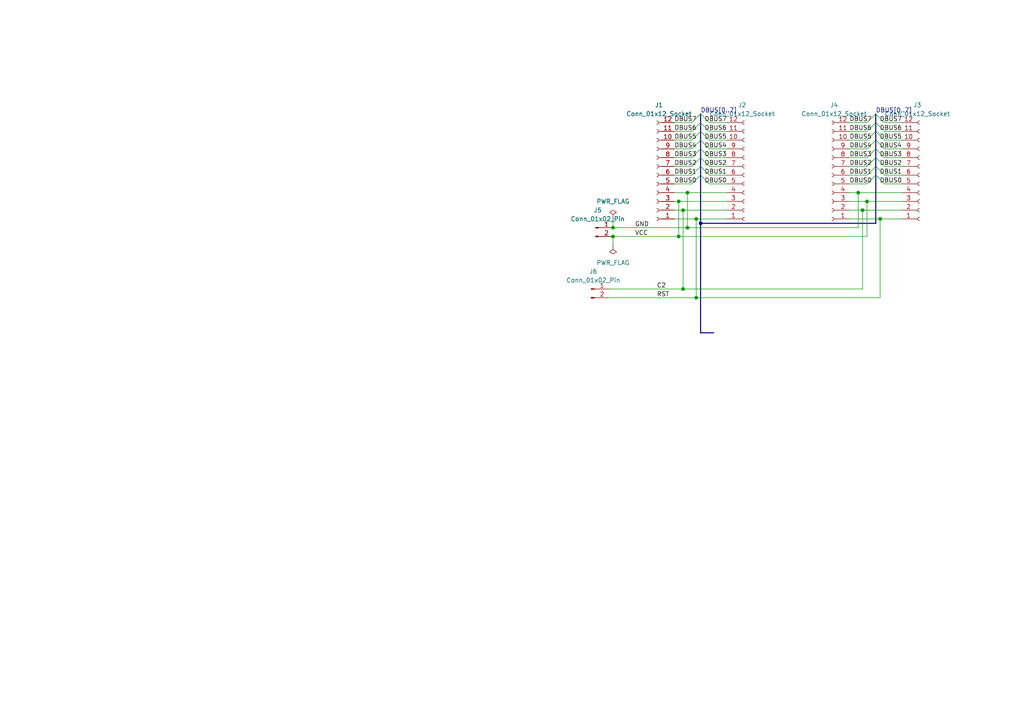
<source format=kicad_sch>
(kicad_sch
	(version 20231120)
	(generator "eeschema")
	(generator_version "8.0")
	(uuid "f0443241-49b4-4992-aff7-9171ed493a8a")
	(paper "A4")
	(lib_symbols
		(symbol "Connector:Conn_01x02_Pin"
			(pin_names
				(offset 1.016) hide)
			(exclude_from_sim no)
			(in_bom yes)
			(on_board yes)
			(property "Reference" "J"
				(at 0 2.54 0)
				(effects
					(font
						(size 1.27 1.27)
					)
				)
			)
			(property "Value" "Conn_01x02_Pin"
				(at 0 -5.08 0)
				(effects
					(font
						(size 1.27 1.27)
					)
				)
			)
			(property "Footprint" ""
				(at 0 0 0)
				(effects
					(font
						(size 1.27 1.27)
					)
					(hide yes)
				)
			)
			(property "Datasheet" "~"
				(at 0 0 0)
				(effects
					(font
						(size 1.27 1.27)
					)
					(hide yes)
				)
			)
			(property "Description" "Generic connector, single row, 01x02, script generated"
				(at 0 0 0)
				(effects
					(font
						(size 1.27 1.27)
					)
					(hide yes)
				)
			)
			(property "ki_locked" ""
				(at 0 0 0)
				(effects
					(font
						(size 1.27 1.27)
					)
				)
			)
			(property "ki_keywords" "connector"
				(at 0 0 0)
				(effects
					(font
						(size 1.27 1.27)
					)
					(hide yes)
				)
			)
			(property "ki_fp_filters" "Connector*:*_1x??_*"
				(at 0 0 0)
				(effects
					(font
						(size 1.27 1.27)
					)
					(hide yes)
				)
			)
			(symbol "Conn_01x02_Pin_1_1"
				(polyline
					(pts
						(xy 1.27 -2.54) (xy 0.8636 -2.54)
					)
					(stroke
						(width 0.1524)
						(type default)
					)
					(fill
						(type none)
					)
				)
				(polyline
					(pts
						(xy 1.27 0) (xy 0.8636 0)
					)
					(stroke
						(width 0.1524)
						(type default)
					)
					(fill
						(type none)
					)
				)
				(rectangle
					(start 0.8636 -2.413)
					(end 0 -2.667)
					(stroke
						(width 0.1524)
						(type default)
					)
					(fill
						(type outline)
					)
				)
				(rectangle
					(start 0.8636 0.127)
					(end 0 -0.127)
					(stroke
						(width 0.1524)
						(type default)
					)
					(fill
						(type outline)
					)
				)
				(pin passive line
					(at 5.08 0 180)
					(length 3.81)
					(name "Pin_1"
						(effects
							(font
								(size 1.27 1.27)
							)
						)
					)
					(number "1"
						(effects
							(font
								(size 1.27 1.27)
							)
						)
					)
				)
				(pin passive line
					(at 5.08 -2.54 180)
					(length 3.81)
					(name "Pin_2"
						(effects
							(font
								(size 1.27 1.27)
							)
						)
					)
					(number "2"
						(effects
							(font
								(size 1.27 1.27)
							)
						)
					)
				)
			)
		)
		(symbol "Connector:Conn_01x12_Socket"
			(pin_names
				(offset 1.016) hide)
			(exclude_from_sim no)
			(in_bom yes)
			(on_board yes)
			(property "Reference" "J"
				(at 0 15.24 0)
				(effects
					(font
						(size 1.27 1.27)
					)
				)
			)
			(property "Value" "Conn_01x12_Socket"
				(at 0 -17.78 0)
				(effects
					(font
						(size 1.27 1.27)
					)
				)
			)
			(property "Footprint" ""
				(at 0 0 0)
				(effects
					(font
						(size 1.27 1.27)
					)
					(hide yes)
				)
			)
			(property "Datasheet" "~"
				(at 0 0 0)
				(effects
					(font
						(size 1.27 1.27)
					)
					(hide yes)
				)
			)
			(property "Description" "Generic connector, single row, 01x12, script generated"
				(at 0 0 0)
				(effects
					(font
						(size 1.27 1.27)
					)
					(hide yes)
				)
			)
			(property "ki_locked" ""
				(at 0 0 0)
				(effects
					(font
						(size 1.27 1.27)
					)
				)
			)
			(property "ki_keywords" "connector"
				(at 0 0 0)
				(effects
					(font
						(size 1.27 1.27)
					)
					(hide yes)
				)
			)
			(property "ki_fp_filters" "Connector*:*_1x??_*"
				(at 0 0 0)
				(effects
					(font
						(size 1.27 1.27)
					)
					(hide yes)
				)
			)
			(symbol "Conn_01x12_Socket_1_1"
				(arc
					(start 0 -14.732)
					(mid -0.5058 -15.24)
					(end 0 -15.748)
					(stroke
						(width 0.1524)
						(type default)
					)
					(fill
						(type none)
					)
				)
				(arc
					(start 0 -12.192)
					(mid -0.5058 -12.7)
					(end 0 -13.208)
					(stroke
						(width 0.1524)
						(type default)
					)
					(fill
						(type none)
					)
				)
				(arc
					(start 0 -9.652)
					(mid -0.5058 -10.16)
					(end 0 -10.668)
					(stroke
						(width 0.1524)
						(type default)
					)
					(fill
						(type none)
					)
				)
				(arc
					(start 0 -7.112)
					(mid -0.5058 -7.62)
					(end 0 -8.128)
					(stroke
						(width 0.1524)
						(type default)
					)
					(fill
						(type none)
					)
				)
				(arc
					(start 0 -4.572)
					(mid -0.5058 -5.08)
					(end 0 -5.588)
					(stroke
						(width 0.1524)
						(type default)
					)
					(fill
						(type none)
					)
				)
				(arc
					(start 0 -2.032)
					(mid -0.5058 -2.54)
					(end 0 -3.048)
					(stroke
						(width 0.1524)
						(type default)
					)
					(fill
						(type none)
					)
				)
				(polyline
					(pts
						(xy -1.27 -15.24) (xy -0.508 -15.24)
					)
					(stroke
						(width 0.1524)
						(type default)
					)
					(fill
						(type none)
					)
				)
				(polyline
					(pts
						(xy -1.27 -12.7) (xy -0.508 -12.7)
					)
					(stroke
						(width 0.1524)
						(type default)
					)
					(fill
						(type none)
					)
				)
				(polyline
					(pts
						(xy -1.27 -10.16) (xy -0.508 -10.16)
					)
					(stroke
						(width 0.1524)
						(type default)
					)
					(fill
						(type none)
					)
				)
				(polyline
					(pts
						(xy -1.27 -7.62) (xy -0.508 -7.62)
					)
					(stroke
						(width 0.1524)
						(type default)
					)
					(fill
						(type none)
					)
				)
				(polyline
					(pts
						(xy -1.27 -5.08) (xy -0.508 -5.08)
					)
					(stroke
						(width 0.1524)
						(type default)
					)
					(fill
						(type none)
					)
				)
				(polyline
					(pts
						(xy -1.27 -2.54) (xy -0.508 -2.54)
					)
					(stroke
						(width 0.1524)
						(type default)
					)
					(fill
						(type none)
					)
				)
				(polyline
					(pts
						(xy -1.27 0) (xy -0.508 0)
					)
					(stroke
						(width 0.1524)
						(type default)
					)
					(fill
						(type none)
					)
				)
				(polyline
					(pts
						(xy -1.27 2.54) (xy -0.508 2.54)
					)
					(stroke
						(width 0.1524)
						(type default)
					)
					(fill
						(type none)
					)
				)
				(polyline
					(pts
						(xy -1.27 5.08) (xy -0.508 5.08)
					)
					(stroke
						(width 0.1524)
						(type default)
					)
					(fill
						(type none)
					)
				)
				(polyline
					(pts
						(xy -1.27 7.62) (xy -0.508 7.62)
					)
					(stroke
						(width 0.1524)
						(type default)
					)
					(fill
						(type none)
					)
				)
				(polyline
					(pts
						(xy -1.27 10.16) (xy -0.508 10.16)
					)
					(stroke
						(width 0.1524)
						(type default)
					)
					(fill
						(type none)
					)
				)
				(polyline
					(pts
						(xy -1.27 12.7) (xy -0.508 12.7)
					)
					(stroke
						(width 0.1524)
						(type default)
					)
					(fill
						(type none)
					)
				)
				(arc
					(start 0 0.508)
					(mid -0.5058 0)
					(end 0 -0.508)
					(stroke
						(width 0.1524)
						(type default)
					)
					(fill
						(type none)
					)
				)
				(arc
					(start 0 3.048)
					(mid -0.5058 2.54)
					(end 0 2.032)
					(stroke
						(width 0.1524)
						(type default)
					)
					(fill
						(type none)
					)
				)
				(arc
					(start 0 5.588)
					(mid -0.5058 5.08)
					(end 0 4.572)
					(stroke
						(width 0.1524)
						(type default)
					)
					(fill
						(type none)
					)
				)
				(arc
					(start 0 8.128)
					(mid -0.5058 7.62)
					(end 0 7.112)
					(stroke
						(width 0.1524)
						(type default)
					)
					(fill
						(type none)
					)
				)
				(arc
					(start 0 10.668)
					(mid -0.5058 10.16)
					(end 0 9.652)
					(stroke
						(width 0.1524)
						(type default)
					)
					(fill
						(type none)
					)
				)
				(arc
					(start 0 13.208)
					(mid -0.5058 12.7)
					(end 0 12.192)
					(stroke
						(width 0.1524)
						(type default)
					)
					(fill
						(type none)
					)
				)
				(pin passive line
					(at -5.08 12.7 0)
					(length 3.81)
					(name "Pin_1"
						(effects
							(font
								(size 1.27 1.27)
							)
						)
					)
					(number "1"
						(effects
							(font
								(size 1.27 1.27)
							)
						)
					)
				)
				(pin passive line
					(at -5.08 -10.16 0)
					(length 3.81)
					(name "Pin_10"
						(effects
							(font
								(size 1.27 1.27)
							)
						)
					)
					(number "10"
						(effects
							(font
								(size 1.27 1.27)
							)
						)
					)
				)
				(pin passive line
					(at -5.08 -12.7 0)
					(length 3.81)
					(name "Pin_11"
						(effects
							(font
								(size 1.27 1.27)
							)
						)
					)
					(number "11"
						(effects
							(font
								(size 1.27 1.27)
							)
						)
					)
				)
				(pin passive line
					(at -5.08 -15.24 0)
					(length 3.81)
					(name "Pin_12"
						(effects
							(font
								(size 1.27 1.27)
							)
						)
					)
					(number "12"
						(effects
							(font
								(size 1.27 1.27)
							)
						)
					)
				)
				(pin passive line
					(at -5.08 10.16 0)
					(length 3.81)
					(name "Pin_2"
						(effects
							(font
								(size 1.27 1.27)
							)
						)
					)
					(number "2"
						(effects
							(font
								(size 1.27 1.27)
							)
						)
					)
				)
				(pin passive line
					(at -5.08 7.62 0)
					(length 3.81)
					(name "Pin_3"
						(effects
							(font
								(size 1.27 1.27)
							)
						)
					)
					(number "3"
						(effects
							(font
								(size 1.27 1.27)
							)
						)
					)
				)
				(pin passive line
					(at -5.08 5.08 0)
					(length 3.81)
					(name "Pin_4"
						(effects
							(font
								(size 1.27 1.27)
							)
						)
					)
					(number "4"
						(effects
							(font
								(size 1.27 1.27)
							)
						)
					)
				)
				(pin passive line
					(at -5.08 2.54 0)
					(length 3.81)
					(name "Pin_5"
						(effects
							(font
								(size 1.27 1.27)
							)
						)
					)
					(number "5"
						(effects
							(font
								(size 1.27 1.27)
							)
						)
					)
				)
				(pin passive line
					(at -5.08 0 0)
					(length 3.81)
					(name "Pin_6"
						(effects
							(font
								(size 1.27 1.27)
							)
						)
					)
					(number "6"
						(effects
							(font
								(size 1.27 1.27)
							)
						)
					)
				)
				(pin passive line
					(at -5.08 -2.54 0)
					(length 3.81)
					(name "Pin_7"
						(effects
							(font
								(size 1.27 1.27)
							)
						)
					)
					(number "7"
						(effects
							(font
								(size 1.27 1.27)
							)
						)
					)
				)
				(pin passive line
					(at -5.08 -5.08 0)
					(length 3.81)
					(name "Pin_8"
						(effects
							(font
								(size 1.27 1.27)
							)
						)
					)
					(number "8"
						(effects
							(font
								(size 1.27 1.27)
							)
						)
					)
				)
				(pin passive line
					(at -5.08 -7.62 0)
					(length 3.81)
					(name "Pin_9"
						(effects
							(font
								(size 1.27 1.27)
							)
						)
					)
					(number "9"
						(effects
							(font
								(size 1.27 1.27)
							)
						)
					)
				)
			)
		)
		(symbol "power:PWR_FLAG"
			(power)
			(pin_numbers hide)
			(pin_names
				(offset 0) hide)
			(exclude_from_sim no)
			(in_bom yes)
			(on_board yes)
			(property "Reference" "#FLG"
				(at 0 1.905 0)
				(effects
					(font
						(size 1.27 1.27)
					)
					(hide yes)
				)
			)
			(property "Value" "PWR_FLAG"
				(at 0 3.81 0)
				(effects
					(font
						(size 1.27 1.27)
					)
				)
			)
			(property "Footprint" ""
				(at 0 0 0)
				(effects
					(font
						(size 1.27 1.27)
					)
					(hide yes)
				)
			)
			(property "Datasheet" "~"
				(at 0 0 0)
				(effects
					(font
						(size 1.27 1.27)
					)
					(hide yes)
				)
			)
			(property "Description" "Special symbol for telling ERC where power comes from"
				(at 0 0 0)
				(effects
					(font
						(size 1.27 1.27)
					)
					(hide yes)
				)
			)
			(property "ki_keywords" "flag power"
				(at 0 0 0)
				(effects
					(font
						(size 1.27 1.27)
					)
					(hide yes)
				)
			)
			(symbol "PWR_FLAG_0_0"
				(pin power_out line
					(at 0 0 90)
					(length 0)
					(name "~"
						(effects
							(font
								(size 1.27 1.27)
							)
						)
					)
					(number "1"
						(effects
							(font
								(size 1.27 1.27)
							)
						)
					)
				)
			)
			(symbol "PWR_FLAG_0_1"
				(polyline
					(pts
						(xy 0 0) (xy 0 1.27) (xy -1.016 1.905) (xy 0 2.54) (xy 1.016 1.905) (xy 0 1.27)
					)
					(stroke
						(width 0)
						(type default)
					)
					(fill
						(type none)
					)
				)
			)
		)
	)
	(junction
		(at 251.46 58.42)
		(diameter 0)
		(color 0 0 0 0)
		(uuid "0938b77f-fd49-470f-8732-792d03178c78")
	)
	(junction
		(at 248.92 55.88)
		(diameter 0)
		(color 0 0 0 0)
		(uuid "0d374fd6-f69a-4bce-a19a-3fd62b523302")
	)
	(junction
		(at 198.12 83.82)
		(diameter 0)
		(color 0 0 0 0)
		(uuid "1d6f209f-5ab9-4768-9725-381ba8d63803")
	)
	(junction
		(at 196.85 58.42)
		(diameter 0)
		(color 0 0 0 0)
		(uuid "25877784-9e97-44f6-bd6b-665b9220a9bf")
	)
	(junction
		(at 201.93 63.5)
		(diameter 0)
		(color 0 0 0 0)
		(uuid "4d1ec6cf-8d8f-4523-a438-d464ae6a5753")
	)
	(junction
		(at 199.39 55.88)
		(diameter 0)
		(color 0 0 0 0)
		(uuid "573658e5-adfd-4a6d-a083-6585e231248a")
	)
	(junction
		(at 255.27 63.5)
		(diameter 0)
		(color 0 0 0 0)
		(uuid "59bd2806-1f2e-45a3-9bef-54086ecf7131")
	)
	(junction
		(at 250.19 60.96)
		(diameter 0)
		(color 0 0 0 0)
		(uuid "6d106d5e-f65e-44e3-afa8-c286a4f8925e")
	)
	(junction
		(at 203.2 64.77)
		(diameter 0)
		(color 0 0 0 0)
		(uuid "75a6f2ef-7de5-4e63-ba33-52d8a5a789c4")
	)
	(junction
		(at 177.8 66.04)
		(diameter 0)
		(color 0 0 0 0)
		(uuid "75cd87d9-7078-448d-bb8b-2531a1ca52b5")
	)
	(junction
		(at 196.85 68.58)
		(diameter 0)
		(color 0 0 0 0)
		(uuid "d2cb86e1-10bc-465e-ab92-f9044c392812")
	)
	(junction
		(at 198.12 60.96)
		(diameter 0)
		(color 0 0 0 0)
		(uuid "dba75398-828e-4cdd-a735-453d10173657")
	)
	(junction
		(at 201.93 86.36)
		(diameter 0)
		(color 0 0 0 0)
		(uuid "e45facda-dd9a-48c6-8fe1-6a6e7d0bbe73")
	)
	(junction
		(at 199.39 66.04)
		(diameter 0)
		(color 0 0 0 0)
		(uuid "f0c7a921-3728-48e9-ac32-52cca2061d07")
	)
	(junction
		(at 177.8 68.58)
		(diameter 0)
		(color 0 0 0 0)
		(uuid "fb8f6a4b-4d6b-4854-80a3-b9505caab622")
	)
	(bus_entry
		(at 254 33.02)
		(size 2.54 2.54)
		(stroke
			(width 0)
			(type default)
		)
		(uuid "0172edee-4654-43fd-99ea-007cdfff704b")
	)
	(bus_entry
		(at 254 50.8)
		(size -2.54 2.54)
		(stroke
			(width 0)
			(type default)
		)
		(uuid "14ef1c67-5649-4cf3-aa42-d49672bfc8eb")
	)
	(bus_entry
		(at 203.2 33.02)
		(size 2.54 2.54)
		(stroke
			(width 0)
			(type default)
		)
		(uuid "15388e43-194f-4a12-b26f-1b343a84e6f9")
	)
	(bus_entry
		(at 203.2 45.72)
		(size -2.54 2.54)
		(stroke
			(width 0)
			(type default)
		)
		(uuid "2e69556c-5f5b-4c7b-b1ed-a638946cd2ef")
	)
	(bus_entry
		(at 254 43.18)
		(size 2.54 2.54)
		(stroke
			(width 0)
			(type default)
		)
		(uuid "398af269-a043-4a82-8c7a-424b611680e4")
	)
	(bus_entry
		(at 203.2 40.64)
		(size 2.54 2.54)
		(stroke
			(width 0)
			(type default)
		)
		(uuid "3fee6591-8093-4860-9fc9-0dee9480c1be")
	)
	(bus_entry
		(at 254 48.26)
		(size -2.54 2.54)
		(stroke
			(width 0)
			(type default)
		)
		(uuid "407e71d0-a601-4d68-802c-c8e791868b52")
	)
	(bus_entry
		(at 203.2 35.56)
		(size -2.54 2.54)
		(stroke
			(width 0)
			(type default)
		)
		(uuid "447e61d5-fbff-4549-9f53-2ccc5f72925c")
	)
	(bus_entry
		(at 254 35.56)
		(size 2.54 2.54)
		(stroke
			(width 0)
			(type default)
		)
		(uuid "4928a4f8-0a7a-492c-9e1c-8d64cb71be56")
	)
	(bus_entry
		(at 203.2 35.56)
		(size 2.54 2.54)
		(stroke
			(width 0)
			(type default)
		)
		(uuid "4f1632e1-b1b9-41b2-bfe2-d12b3e675202")
	)
	(bus_entry
		(at 203.2 43.18)
		(size -2.54 2.54)
		(stroke
			(width 0)
			(type default)
		)
		(uuid "5930b2e9-6214-4fcc-b4e9-178b1cf37cc7")
	)
	(bus_entry
		(at 203.2 43.18)
		(size 2.54 2.54)
		(stroke
			(width 0)
			(type default)
		)
		(uuid "5dcc6f36-eff9-4982-a791-96c92fe7ec6c")
	)
	(bus_entry
		(at 254 45.72)
		(size -2.54 2.54)
		(stroke
			(width 0)
			(type default)
		)
		(uuid "62e9b99f-f5b9-40fc-a18e-9708bdfbb9ee")
	)
	(bus_entry
		(at 254 38.1)
		(size -2.54 2.54)
		(stroke
			(width 0)
			(type default)
		)
		(uuid "680ca893-bcb1-4263-b6cc-6b761afc73cf")
	)
	(bus_entry
		(at 254 33.02)
		(size -2.54 2.54)
		(stroke
			(width 0)
			(type default)
		)
		(uuid "8f6231de-8331-4eb6-9d51-5515d5524de4")
	)
	(bus_entry
		(at 203.2 50.8)
		(size -2.54 2.54)
		(stroke
			(width 0)
			(type default)
		)
		(uuid "94bb5beb-f05c-4ac9-9707-6daaf97c5e16")
	)
	(bus_entry
		(at 203.2 50.8)
		(size 2.54 2.54)
		(stroke
			(width 0)
			(type default)
		)
		(uuid "99154d98-0464-4cd9-826b-b308b33ae233")
	)
	(bus_entry
		(at 254 48.26)
		(size 2.54 2.54)
		(stroke
			(width 0)
			(type default)
		)
		(uuid "9c8d0c36-9905-474e-9e28-ac8865f621e3")
	)
	(bus_entry
		(at 254 50.8)
		(size 2.54 2.54)
		(stroke
			(width 0)
			(type default)
		)
		(uuid "9d8a9299-2199-4f1e-a294-019931b38559")
	)
	(bus_entry
		(at 254 45.72)
		(size 2.54 2.54)
		(stroke
			(width 0)
			(type default)
		)
		(uuid "a1be73dc-7498-48fa-b164-987ba1085d8a")
	)
	(bus_entry
		(at 254 43.18)
		(size -2.54 2.54)
		(stroke
			(width 0)
			(type default)
		)
		(uuid "a289b96b-c108-429d-b0d8-90ea7fca0439")
	)
	(bus_entry
		(at 203.2 38.1)
		(size 2.54 2.54)
		(stroke
			(width 0)
			(type default)
		)
		(uuid "b5de3e46-f4a1-41c0-b140-f030cd1449ed")
	)
	(bus_entry
		(at 254 40.64)
		(size 2.54 2.54)
		(stroke
			(width 0)
			(type default)
		)
		(uuid "c6aefad8-8f69-42b2-8c9d-3811f41caf48")
	)
	(bus_entry
		(at 254 35.56)
		(size -2.54 2.54)
		(stroke
			(width 0)
			(type default)
		)
		(uuid "cb8bf451-0801-4e11-9935-c46f0aec0885")
	)
	(bus_entry
		(at 203.2 48.26)
		(size 2.54 2.54)
		(stroke
			(width 0)
			(type default)
		)
		(uuid "d1770da2-74ed-479a-8855-163b11499d30")
	)
	(bus_entry
		(at 203.2 40.64)
		(size -2.54 2.54)
		(stroke
			(width 0)
			(type default)
		)
		(uuid "d7bd45b2-c101-4668-92a3-d3a580bee61b")
	)
	(bus_entry
		(at 203.2 38.1)
		(size -2.54 2.54)
		(stroke
			(width 0)
			(type default)
		)
		(uuid "e0f69c37-9a53-423b-991a-e514bdee5631")
	)
	(bus_entry
		(at 203.2 48.26)
		(size -2.54 2.54)
		(stroke
			(width 0)
			(type default)
		)
		(uuid "e21cb4f6-7bf6-4fbc-a6aa-f83ea59366ea")
	)
	(bus_entry
		(at 203.2 33.02)
		(size -2.54 2.54)
		(stroke
			(width 0)
			(type default)
		)
		(uuid "e88b94a2-dd42-49c2-9860-67a338ab6bcf")
	)
	(bus_entry
		(at 254 40.64)
		(size -2.54 2.54)
		(stroke
			(width 0)
			(type default)
		)
		(uuid "f003c8ec-f9ce-4968-b1a5-7ab25e972fb1")
	)
	(bus_entry
		(at 203.2 45.72)
		(size 2.54 2.54)
		(stroke
			(width 0)
			(type default)
		)
		(uuid "f62ab065-a38f-4797-8afd-02ea52988107")
	)
	(bus_entry
		(at 254 38.1)
		(size 2.54 2.54)
		(stroke
			(width 0)
			(type default)
		)
		(uuid "f8bd1914-3b4d-486c-8fd0-a950ecdfc937")
	)
	(wire
		(pts
			(xy 195.58 50.8) (xy 200.66 50.8)
		)
		(stroke
			(width 0)
			(type default)
		)
		(uuid "01322b50-7434-437e-a01d-97301ed63e1e")
	)
	(bus
		(pts
			(xy 254 45.72) (xy 254 48.26)
		)
		(stroke
			(width 0)
			(type default)
		)
		(uuid "01605ede-97f3-4ce0-8531-255eaba6ee79")
	)
	(wire
		(pts
			(xy 210.82 45.72) (xy 205.74 45.72)
		)
		(stroke
			(width 0)
			(type default)
		)
		(uuid "0385295c-cbb5-4687-a212-092000b2cb3f")
	)
	(wire
		(pts
			(xy 210.82 40.64) (xy 205.74 40.64)
		)
		(stroke
			(width 0)
			(type default)
		)
		(uuid "08dcfe34-f082-4997-9179-5eb310f05b25")
	)
	(bus
		(pts
			(xy 203.2 50.8) (xy 203.2 64.77)
		)
		(stroke
			(width 0)
			(type default)
		)
		(uuid "09ab8a03-d1b7-4231-a0cf-aa9c3836e943")
	)
	(wire
		(pts
			(xy 246.38 40.64) (xy 251.46 40.64)
		)
		(stroke
			(width 0)
			(type default)
		)
		(uuid "0b40e523-23f4-443f-a046-7434776c35f1")
	)
	(bus
		(pts
			(xy 203.2 43.18) (xy 203.2 45.72)
		)
		(stroke
			(width 0)
			(type default)
		)
		(uuid "0c868230-cec6-4bdf-bfdd-e4c8dc4ae39a")
	)
	(bus
		(pts
			(xy 254 43.18) (xy 254 45.72)
		)
		(stroke
			(width 0)
			(type default)
		)
		(uuid "122129f4-2000-444b-bd98-744cb6f02499")
	)
	(wire
		(pts
			(xy 251.46 68.58) (xy 251.46 58.42)
		)
		(stroke
			(width 0)
			(type default)
		)
		(uuid "13aa3b0f-66e9-4310-8096-da6b5fa6a489")
	)
	(wire
		(pts
			(xy 246.38 48.26) (xy 251.46 48.26)
		)
		(stroke
			(width 0)
			(type default)
		)
		(uuid "1d2c4500-0d4c-4521-a811-bb1ac27fb5f4")
	)
	(wire
		(pts
			(xy 261.62 48.26) (xy 256.54 48.26)
		)
		(stroke
			(width 0)
			(type default)
		)
		(uuid "1d6335e9-6213-4894-94c1-5eafb3522717")
	)
	(wire
		(pts
			(xy 251.46 58.42) (xy 246.38 58.42)
		)
		(stroke
			(width 0)
			(type default)
		)
		(uuid "20c2239e-c74c-4bee-973f-3248aa964009")
	)
	(wire
		(pts
			(xy 261.62 38.1) (xy 256.54 38.1)
		)
		(stroke
			(width 0)
			(type default)
		)
		(uuid "23f439e7-0581-4b3b-8101-10697331b304")
	)
	(bus
		(pts
			(xy 203.2 35.56) (xy 203.2 38.1)
		)
		(stroke
			(width 0)
			(type default)
		)
		(uuid "28af8777-ffce-4954-b5ae-cfeebbde2c32")
	)
	(wire
		(pts
			(xy 261.62 53.34) (xy 256.54 53.34)
		)
		(stroke
			(width 0)
			(type default)
		)
		(uuid "28c1c0cc-6296-4ee2-ae6c-2d976916787e")
	)
	(wire
		(pts
			(xy 210.82 38.1) (xy 205.74 38.1)
		)
		(stroke
			(width 0)
			(type default)
		)
		(uuid "2bb70979-5261-4838-afb8-f46d7a42a386")
	)
	(wire
		(pts
			(xy 261.62 35.56) (xy 256.54 35.56)
		)
		(stroke
			(width 0)
			(type default)
		)
		(uuid "2ee9750b-58db-42d7-b897-1b867394890e")
	)
	(bus
		(pts
			(xy 203.2 48.26) (xy 203.2 50.8)
		)
		(stroke
			(width 0)
			(type default)
		)
		(uuid "3386dfce-73d6-4602-982c-084cf1d809e0")
	)
	(wire
		(pts
			(xy 251.46 58.42) (xy 261.62 58.42)
		)
		(stroke
			(width 0)
			(type default)
		)
		(uuid "367d5202-b246-491f-9fbd-42da746fa351")
	)
	(wire
		(pts
			(xy 199.39 66.04) (xy 199.39 55.88)
		)
		(stroke
			(width 0)
			(type default)
		)
		(uuid "48d6a243-5203-465a-8cb4-d38864ca04b0")
	)
	(bus
		(pts
			(xy 254 35.56) (xy 254 38.1)
		)
		(stroke
			(width 0)
			(type default)
		)
		(uuid "4c925ca6-6ad7-49b1-bff5-f681e5e33172")
	)
	(wire
		(pts
			(xy 250.19 60.96) (xy 246.38 60.96)
		)
		(stroke
			(width 0)
			(type default)
		)
		(uuid "4ee335cf-c2f0-4a09-97b0-e1cb3c5e7ebb")
	)
	(wire
		(pts
			(xy 177.8 68.58) (xy 196.85 68.58)
		)
		(stroke
			(width 0)
			(type default)
		)
		(uuid "4f5842ca-3976-4fab-80af-5698d992bd3d")
	)
	(wire
		(pts
			(xy 195.58 35.56) (xy 200.66 35.56)
		)
		(stroke
			(width 0)
			(type default)
		)
		(uuid "528f164d-2541-4f28-b831-a6f821d11c95")
	)
	(wire
		(pts
			(xy 255.27 63.5) (xy 246.38 63.5)
		)
		(stroke
			(width 0)
			(type default)
		)
		(uuid "5514e488-23bd-4f4c-a8e1-902acec5e08a")
	)
	(wire
		(pts
			(xy 210.82 35.56) (xy 205.74 35.56)
		)
		(stroke
			(width 0)
			(type default)
		)
		(uuid "55b44257-a010-408f-8319-4bed257b1cfa")
	)
	(wire
		(pts
			(xy 246.38 50.8) (xy 251.46 50.8)
		)
		(stroke
			(width 0)
			(type default)
		)
		(uuid "5755f3a0-e723-45c1-a49a-9ad4bfc23a10")
	)
	(wire
		(pts
			(xy 246.38 53.34) (xy 251.46 53.34)
		)
		(stroke
			(width 0)
			(type default)
		)
		(uuid "57ee2e00-56f0-43fc-b39f-5262f179ed53")
	)
	(wire
		(pts
			(xy 195.58 38.1) (xy 200.66 38.1)
		)
		(stroke
			(width 0)
			(type default)
		)
		(uuid "58c9fc73-6f3a-4bf6-ae99-f099eaba402c")
	)
	(bus
		(pts
			(xy 254 40.64) (xy 254 43.18)
		)
		(stroke
			(width 0)
			(type default)
		)
		(uuid "5f048a6a-d6e2-4002-85e4-6c3fc44de333")
	)
	(wire
		(pts
			(xy 246.38 43.18) (xy 251.46 43.18)
		)
		(stroke
			(width 0)
			(type default)
		)
		(uuid "5fc715dc-feae-49cb-8d4e-58346b216295")
	)
	(wire
		(pts
			(xy 198.12 83.82) (xy 250.19 83.82)
		)
		(stroke
			(width 0)
			(type default)
		)
		(uuid "61852838-096f-4f3d-8cfb-7b9ec439e0ea")
	)
	(wire
		(pts
			(xy 255.27 86.36) (xy 255.27 63.5)
		)
		(stroke
			(width 0)
			(type default)
		)
		(uuid "68e12c19-063d-423c-a8c8-2782bdc1640b")
	)
	(wire
		(pts
			(xy 177.8 66.04) (xy 199.39 66.04)
		)
		(stroke
			(width 0)
			(type default)
		)
		(uuid "6a0ddc7e-002d-4c69-9a65-9ec185ed0a4f")
	)
	(wire
		(pts
			(xy 248.92 55.88) (xy 246.38 55.88)
		)
		(stroke
			(width 0)
			(type default)
		)
		(uuid "79f98bda-1e19-40b7-a9e4-35970768355e")
	)
	(wire
		(pts
			(xy 199.39 55.88) (xy 210.82 55.88)
		)
		(stroke
			(width 0)
			(type default)
		)
		(uuid "7ed30d4a-5c98-4f2b-a4d2-3e523a8c1161")
	)
	(wire
		(pts
			(xy 261.62 43.18) (xy 256.54 43.18)
		)
		(stroke
			(width 0)
			(type default)
		)
		(uuid "80daa394-e5a2-429e-a6ae-096b764dbddc")
	)
	(wire
		(pts
			(xy 255.27 63.5) (xy 261.62 63.5)
		)
		(stroke
			(width 0)
			(type default)
		)
		(uuid "847ae21c-cc00-43f9-9584-cda98ea3b501")
	)
	(bus
		(pts
			(xy 254 33.02) (xy 254 35.56)
		)
		(stroke
			(width 0)
			(type default)
		)
		(uuid "8502667a-c106-43c3-9954-2cb111e931c4")
	)
	(wire
		(pts
			(xy 196.85 68.58) (xy 251.46 68.58)
		)
		(stroke
			(width 0)
			(type default)
		)
		(uuid "8bafaf45-b7fe-464d-862f-30c1dfcb182b")
	)
	(wire
		(pts
			(xy 199.39 66.04) (xy 248.92 66.04)
		)
		(stroke
			(width 0)
			(type default)
		)
		(uuid "8c0ef94c-ca94-41ff-9f68-718943234a91")
	)
	(bus
		(pts
			(xy 203.2 33.02) (xy 203.2 35.56)
		)
		(stroke
			(width 0)
			(type default)
		)
		(uuid "8e06cad4-5a6b-40c9-a55f-352e71d8738f")
	)
	(wire
		(pts
			(xy 246.38 45.72) (xy 251.46 45.72)
		)
		(stroke
			(width 0)
			(type default)
		)
		(uuid "8fa47cc5-a0a4-4a46-9df2-fa462e941516")
	)
	(wire
		(pts
			(xy 201.93 63.5) (xy 210.82 63.5)
		)
		(stroke
			(width 0)
			(type default)
		)
		(uuid "999d7bea-d407-4978-aaeb-a80cc7686b9a")
	)
	(wire
		(pts
			(xy 195.58 40.64) (xy 200.66 40.64)
		)
		(stroke
			(width 0)
			(type default)
		)
		(uuid "9becbe55-9567-4d1a-9d08-d609a633756c")
	)
	(bus
		(pts
			(xy 254 64.77) (xy 203.2 64.77)
		)
		(stroke
			(width 0)
			(type default)
		)
		(uuid "a03c7337-bb20-4ad2-b618-4ac27146c4a3")
	)
	(wire
		(pts
			(xy 198.12 60.96) (xy 210.82 60.96)
		)
		(stroke
			(width 0)
			(type default)
		)
		(uuid "a9511a86-173e-4f6b-87c8-c3d8a9f3dc32")
	)
	(wire
		(pts
			(xy 177.8 68.58) (xy 177.8 71.12)
		)
		(stroke
			(width 0)
			(type default)
		)
		(uuid "ac88ccc5-2e41-4a4d-869e-87c2cfd8d756")
	)
	(wire
		(pts
			(xy 198.12 60.96) (xy 195.58 60.96)
		)
		(stroke
			(width 0)
			(type default)
		)
		(uuid "ac9c42e4-47d1-4fda-bb44-1e5140170237")
	)
	(wire
		(pts
			(xy 261.62 40.64) (xy 256.54 40.64)
		)
		(stroke
			(width 0)
			(type default)
		)
		(uuid "ae0dc882-c078-4440-a5bf-91a29a68d5ef")
	)
	(wire
		(pts
			(xy 246.38 38.1) (xy 251.46 38.1)
		)
		(stroke
			(width 0)
			(type default)
		)
		(uuid "af427258-0ed5-4760-994a-e53809c57914")
	)
	(wire
		(pts
			(xy 198.12 83.82) (xy 198.12 60.96)
		)
		(stroke
			(width 0)
			(type default)
		)
		(uuid "b000d80d-5be5-405b-960d-f98145b928be")
	)
	(wire
		(pts
			(xy 196.85 58.42) (xy 210.82 58.42)
		)
		(stroke
			(width 0)
			(type default)
		)
		(uuid "b0220375-45aa-4c63-ae08-87efe45862ab")
	)
	(wire
		(pts
			(xy 195.58 48.26) (xy 200.66 48.26)
		)
		(stroke
			(width 0)
			(type default)
		)
		(uuid "b0be9e67-9b14-4ca6-8a7a-397df5263d3d")
	)
	(wire
		(pts
			(xy 176.53 83.82) (xy 198.12 83.82)
		)
		(stroke
			(width 0)
			(type default)
		)
		(uuid "b72f3342-da98-4364-b02f-9b64da40add8")
	)
	(wire
		(pts
			(xy 176.53 86.36) (xy 201.93 86.36)
		)
		(stroke
			(width 0)
			(type default)
		)
		(uuid "b7643dbe-cceb-47f2-a989-a89931429fb8")
	)
	(wire
		(pts
			(xy 248.92 66.04) (xy 248.92 55.88)
		)
		(stroke
			(width 0)
			(type default)
		)
		(uuid "b7ab4009-689a-4b89-aeb5-5ec5c4cf9dce")
	)
	(bus
		(pts
			(xy 203.2 40.64) (xy 203.2 43.18)
		)
		(stroke
			(width 0)
			(type default)
		)
		(uuid "b82867fe-3eb3-4fcf-8224-c28abfbd34f4")
	)
	(bus
		(pts
			(xy 203.2 96.52) (xy 207.01 96.52)
		)
		(stroke
			(width 0)
			(type default)
		)
		(uuid "b8faf300-0e64-46e6-b522-c1badbeeca99")
	)
	(wire
		(pts
			(xy 210.82 50.8) (xy 205.74 50.8)
		)
		(stroke
			(width 0)
			(type default)
		)
		(uuid "b92cb81d-88cb-4a50-8bc9-15a74e60d060")
	)
	(wire
		(pts
			(xy 196.85 58.42) (xy 195.58 58.42)
		)
		(stroke
			(width 0)
			(type default)
		)
		(uuid "b9824cf6-e33a-4e27-bead-c14e5b3de3de")
	)
	(wire
		(pts
			(xy 210.82 48.26) (xy 205.74 48.26)
		)
		(stroke
			(width 0)
			(type default)
		)
		(uuid "bcecadc6-626b-4134-9c6b-5d19d1df6672")
	)
	(wire
		(pts
			(xy 261.62 50.8) (xy 256.54 50.8)
		)
		(stroke
			(width 0)
			(type default)
		)
		(uuid "c5abf633-e228-4d53-b23c-a460d54fdaad")
	)
	(wire
		(pts
			(xy 210.82 53.34) (xy 205.74 53.34)
		)
		(stroke
			(width 0)
			(type default)
		)
		(uuid "c6cbcceb-594a-49de-bb15-f13f11f00d5c")
	)
	(bus
		(pts
			(xy 254 38.1) (xy 254 40.64)
		)
		(stroke
			(width 0)
			(type default)
		)
		(uuid "c76252b5-14a3-48be-bdbc-a642f94b9de8")
	)
	(wire
		(pts
			(xy 250.19 60.96) (xy 261.62 60.96)
		)
		(stroke
			(width 0)
			(type default)
		)
		(uuid "c801645b-183f-4cf9-bb31-b96a4e5ed6db")
	)
	(wire
		(pts
			(xy 261.62 45.72) (xy 256.54 45.72)
		)
		(stroke
			(width 0)
			(type default)
		)
		(uuid "cb456fb9-9f19-4302-9388-1362ddd7b1db")
	)
	(wire
		(pts
			(xy 201.93 86.36) (xy 255.27 86.36)
		)
		(stroke
			(width 0)
			(type default)
		)
		(uuid "cc0b6fbe-e155-4de8-a00a-de66bc4ef18e")
	)
	(wire
		(pts
			(xy 195.58 53.34) (xy 200.66 53.34)
		)
		(stroke
			(width 0)
			(type default)
		)
		(uuid "d37f4e74-b615-47ca-9e1d-3b847e891bf7")
	)
	(bus
		(pts
			(xy 254 50.8) (xy 254 64.77)
		)
		(stroke
			(width 0)
			(type default)
		)
		(uuid "d8358378-41d7-446c-b950-2ce1aba9be72")
	)
	(wire
		(pts
			(xy 248.92 55.88) (xy 261.62 55.88)
		)
		(stroke
			(width 0)
			(type default)
		)
		(uuid "de4af64b-f6b0-417d-9b76-2dec1b787cb1")
	)
	(wire
		(pts
			(xy 195.58 45.72) (xy 200.66 45.72)
		)
		(stroke
			(width 0)
			(type default)
		)
		(uuid "de6e0adb-9ca8-4997-9e32-85e640ecbf36")
	)
	(bus
		(pts
			(xy 203.2 38.1) (xy 203.2 40.64)
		)
		(stroke
			(width 0)
			(type default)
		)
		(uuid "e09a7df6-91ca-407e-9abe-f2931932b099")
	)
	(wire
		(pts
			(xy 201.93 86.36) (xy 201.93 63.5)
		)
		(stroke
			(width 0)
			(type default)
		)
		(uuid "e13d3b65-978a-44c9-ac63-d92c4d8535f2")
	)
	(wire
		(pts
			(xy 250.19 83.82) (xy 250.19 60.96)
		)
		(stroke
			(width 0)
			(type default)
		)
		(uuid "e2075cf0-e962-42ba-a130-4f66747f8984")
	)
	(wire
		(pts
			(xy 199.39 55.88) (xy 195.58 55.88)
		)
		(stroke
			(width 0)
			(type default)
		)
		(uuid "e7934271-5e1c-4ddb-b546-bc7d940de160")
	)
	(wire
		(pts
			(xy 195.58 43.18) (xy 200.66 43.18)
		)
		(stroke
			(width 0)
			(type default)
		)
		(uuid "e949c8d3-3dac-4d6a-8730-529097c02dfa")
	)
	(bus
		(pts
			(xy 254 48.26) (xy 254 50.8)
		)
		(stroke
			(width 0)
			(type default)
		)
		(uuid "eb3d0574-4038-46a5-b8a8-8fd16462c55f")
	)
	(wire
		(pts
			(xy 210.82 43.18) (xy 205.74 43.18)
		)
		(stroke
			(width 0)
			(type default)
		)
		(uuid "ec1475a5-e037-4c9a-9d7d-18bb2e94ba64")
	)
	(wire
		(pts
			(xy 246.38 35.56) (xy 251.46 35.56)
		)
		(stroke
			(width 0)
			(type default)
		)
		(uuid "ef81a56b-8d83-4461-a007-23548458ddc9")
	)
	(wire
		(pts
			(xy 196.85 68.58) (xy 196.85 58.42)
		)
		(stroke
			(width 0)
			(type default)
		)
		(uuid "f1c2e245-cad3-4636-87cf-45b27b9b35d6")
	)
	(bus
		(pts
			(xy 203.2 64.77) (xy 203.2 96.52)
		)
		(stroke
			(width 0)
			(type default)
		)
		(uuid "f506bc56-55af-4b7e-a150-54d54f448a91")
	)
	(bus
		(pts
			(xy 203.2 45.72) (xy 203.2 48.26)
		)
		(stroke
			(width 0)
			(type default)
		)
		(uuid "f8fe32e3-1637-48a6-abc5-e0417590a85a")
	)
	(wire
		(pts
			(xy 177.8 63.5) (xy 177.8 66.04)
		)
		(stroke
			(width 0)
			(type default)
		)
		(uuid "fa64fb0b-d962-4d90-af04-cc7174257e36")
	)
	(wire
		(pts
			(xy 201.93 63.5) (xy 195.58 63.5)
		)
		(stroke
			(width 0)
			(type default)
		)
		(uuid "fc60e296-647e-4b42-a0f7-359d5d75433c")
	)
	(label "DBUS7"
		(at 246.38 35.56 0)
		(fields_autoplaced yes)
		(effects
			(font
				(size 1.27 1.27)
			)
			(justify left bottom)
		)
		(uuid "00e3dda3-b819-4ed7-94ea-f13fcec6064c")
	)
	(label "DBUS2"
		(at 246.38 48.26 0)
		(fields_autoplaced yes)
		(effects
			(font
				(size 1.27 1.27)
			)
			(justify left bottom)
		)
		(uuid "00ed969a-fc7f-4018-acf3-3986c2ed46c2")
	)
	(label "DBUS0"
		(at 195.58 53.34 0)
		(fields_autoplaced yes)
		(effects
			(font
				(size 1.27 1.27)
			)
			(justify left bottom)
		)
		(uuid "06aa0cde-2548-48b4-9d0d-e66548856938")
	)
	(label "DBUS2"
		(at 261.62 48.26 180)
		(fields_autoplaced yes)
		(effects
			(font
				(size 1.27 1.27)
			)
			(justify right bottom)
		)
		(uuid "1376e69d-717a-431c-8ede-a730d66d94ac")
	)
	(label "DBUS[0..7]"
		(at 254 33.02 0)
		(fields_autoplaced yes)
		(effects
			(font
				(size 1.27 1.27)
			)
			(justify left bottom)
		)
		(uuid "22ed8c16-23d8-40af-af4b-7e0f0c678d6d")
	)
	(label "DBUS3"
		(at 261.62 45.72 180)
		(fields_autoplaced yes)
		(effects
			(font
				(size 1.27 1.27)
			)
			(justify right bottom)
		)
		(uuid "232b9761-1e9a-4979-90f1-6f476a4511d1")
	)
	(label "DBUS5"
		(at 210.82 40.64 180)
		(fields_autoplaced yes)
		(effects
			(font
				(size 1.27 1.27)
			)
			(justify right bottom)
		)
		(uuid "25815c1d-202f-45f6-bc59-f046b567c44d")
	)
	(label "DBUS1"
		(at 261.62 50.8 180)
		(fields_autoplaced yes)
		(effects
			(font
				(size 1.27 1.27)
			)
			(justify right bottom)
		)
		(uuid "398a5bbf-c0e4-4ac0-8134-61adad6a6b03")
	)
	(label "DBUS6"
		(at 210.82 38.1 180)
		(fields_autoplaced yes)
		(effects
			(font
				(size 1.27 1.27)
			)
			(justify right bottom)
		)
		(uuid "3a0bcf40-259e-4194-ab56-c97f11f94b3e")
	)
	(label "DBUS6"
		(at 246.38 38.1 0)
		(fields_autoplaced yes)
		(effects
			(font
				(size 1.27 1.27)
			)
			(justify left bottom)
		)
		(uuid "3ace65af-a69d-4f09-9c1c-b9b28d08114a")
	)
	(label "DBUS0"
		(at 261.62 53.34 180)
		(fields_autoplaced yes)
		(effects
			(font
				(size 1.27 1.27)
			)
			(justify right bottom)
		)
		(uuid "3ee6fb04-8084-4720-993d-e8f06b2a6e3d")
	)
	(label "DBUS[0..7]"
		(at 203.2 33.02 0)
		(fields_autoplaced yes)
		(effects
			(font
				(size 1.27 1.27)
			)
			(justify left bottom)
		)
		(uuid "44e422c9-e0db-4c67-aaf1-d35205daec78")
	)
	(label "DBUS3"
		(at 246.38 45.72 0)
		(fields_autoplaced yes)
		(effects
			(font
				(size 1.27 1.27)
			)
			(justify left bottom)
		)
		(uuid "47f77814-2839-4ae7-8124-7198758bdc56")
	)
	(label "RST"
		(at 190.5 86.36 0)
		(fields_autoplaced yes)
		(effects
			(font
				(size 1.27 1.27)
			)
			(justify left bottom)
		)
		(uuid "4927eeb1-6a6f-4af0-91d6-d4877b3f2b68")
	)
	(label "DBUS4"
		(at 195.58 43.18 0)
		(fields_autoplaced yes)
		(effects
			(font
				(size 1.27 1.27)
			)
			(justify left bottom)
		)
		(uuid "4bc38811-0921-4761-b3ab-7a52832ab2c6")
	)
	(label "DBUS2"
		(at 210.82 48.26 180)
		(fields_autoplaced yes)
		(effects
			(font
				(size 1.27 1.27)
			)
			(justify right bottom)
		)
		(uuid "4e01434a-5028-4979-97e0-2b51e0eec02c")
	)
	(label "DBUS1"
		(at 210.82 50.8 180)
		(fields_autoplaced yes)
		(effects
			(font
				(size 1.27 1.27)
			)
			(justify right bottom)
		)
		(uuid "6507c1b6-5366-463a-8069-6a263c00dd99")
	)
	(label "DBUS2"
		(at 195.58 48.26 0)
		(fields_autoplaced yes)
		(effects
			(font
				(size 1.27 1.27)
			)
			(justify left bottom)
		)
		(uuid "6c795cdf-afe7-4f04-99a1-73d915d6dde5")
	)
	(label "DBUS5"
		(at 246.38 40.64 0)
		(fields_autoplaced yes)
		(effects
			(font
				(size 1.27 1.27)
			)
			(justify left bottom)
		)
		(uuid "70a577cc-ab85-4d1d-b434-6388f8d2dd51")
	)
	(label "VCC"
		(at 184.15 68.58 0)
		(fields_autoplaced yes)
		(effects
			(font
				(size 1.27 1.27)
			)
			(justify left bottom)
		)
		(uuid "78f410d4-fee9-48ed-9c84-c57608d08973")
	)
	(label "GND"
		(at 184.15 66.04 0)
		(fields_autoplaced yes)
		(effects
			(font
				(size 1.27 1.27)
			)
			(justify left bottom)
		)
		(uuid "9176d60f-7b34-406d-8103-327140b5241b")
	)
	(label "DBUS6"
		(at 261.62 38.1 180)
		(fields_autoplaced yes)
		(effects
			(font
				(size 1.27 1.27)
			)
			(justify right bottom)
		)
		(uuid "93845b19-3187-4ef8-ace4-5bde02ef6b5d")
	)
	(label "DBUS7"
		(at 210.82 35.56 180)
		(fields_autoplaced yes)
		(effects
			(font
				(size 1.27 1.27)
			)
			(justify right bottom)
		)
		(uuid "93a38a15-2eed-4c5f-bc5c-697d3c69fb00")
	)
	(label "DBUS0"
		(at 210.82 53.34 180)
		(fields_autoplaced yes)
		(effects
			(font
				(size 1.27 1.27)
			)
			(justify right bottom)
		)
		(uuid "98253d8d-93fb-4163-aa95-d491a16a0a7d")
	)
	(label "DBUS3"
		(at 210.82 45.72 180)
		(fields_autoplaced yes)
		(effects
			(font
				(size 1.27 1.27)
			)
			(justify right bottom)
		)
		(uuid "a083ad2a-d6dc-40f2-b1ec-482c56dd708d")
	)
	(label "DBUS7"
		(at 195.58 35.56 0)
		(fields_autoplaced yes)
		(effects
			(font
				(size 1.27 1.27)
			)
			(justify left bottom)
		)
		(uuid "aa73c598-4c81-44fe-8052-05adfbaa5631")
	)
	(label "DBUS4"
		(at 246.38 43.18 0)
		(fields_autoplaced yes)
		(effects
			(font
				(size 1.27 1.27)
			)
			(justify left bottom)
		)
		(uuid "aab0fa3a-2132-4ab0-a5b9-28af513bc325")
	)
	(label "DBUS5"
		(at 261.62 40.64 180)
		(fields_autoplaced yes)
		(effects
			(font
				(size 1.27 1.27)
			)
			(justify right bottom)
		)
		(uuid "b2efa087-70c3-42e8-a5d9-03ce701f4875")
	)
	(label "DBUS6"
		(at 195.58 38.1 0)
		(fields_autoplaced yes)
		(effects
			(font
				(size 1.27 1.27)
			)
			(justify left bottom)
		)
		(uuid "b6b57c5d-8586-447b-8a7f-26260b6cb4da")
	)
	(label "DBUS0"
		(at 246.38 53.34 0)
		(fields_autoplaced yes)
		(effects
			(font
				(size 1.27 1.27)
			)
			(justify left bottom)
		)
		(uuid "b9a839d2-b5be-4ef1-9d3b-40d38d8b667a")
	)
	(label "DBUS3"
		(at 195.58 45.72 0)
		(fields_autoplaced yes)
		(effects
			(font
				(size 1.27 1.27)
			)
			(justify left bottom)
		)
		(uuid "bbbb41d9-b7c7-4ccf-b651-ae9ac4a8c84e")
	)
	(label "C2"
		(at 190.5 83.82 0)
		(fields_autoplaced yes)
		(effects
			(font
				(size 1.27 1.27)
			)
			(justify left bottom)
		)
		(uuid "c5e6c061-cb11-4d89-8fda-5fa275baa276")
	)
	(label "DBUS5"
		(at 195.58 40.64 0)
		(fields_autoplaced yes)
		(effects
			(font
				(size 1.27 1.27)
			)
			(justify left bottom)
		)
		(uuid "d0b5ebe3-9c6a-4f9a-b24c-0d7ed5efd02b")
	)
	(label "DBUS1"
		(at 195.58 50.8 0)
		(fields_autoplaced yes)
		(effects
			(font
				(size 1.27 1.27)
			)
			(justify left bottom)
		)
		(uuid "d2d3d40a-f133-40e2-8681-c8b1f5809a9e")
	)
	(label "DBUS7"
		(at 261.62 35.56 180)
		(fields_autoplaced yes)
		(effects
			(font
				(size 1.27 1.27)
			)
			(justify right bottom)
		)
		(uuid "e522c1c8-e6f7-463c-9528-188aa93e6da1")
	)
	(label "DBUS4"
		(at 261.62 43.18 180)
		(fields_autoplaced yes)
		(effects
			(font
				(size 1.27 1.27)
			)
			(justify right bottom)
		)
		(uuid "ebbfeb48-d923-4046-89a6-8df711426be2")
	)
	(label "DBUS1"
		(at 246.38 50.8 0)
		(fields_autoplaced yes)
		(effects
			(font
				(size 1.27 1.27)
			)
			(justify left bottom)
		)
		(uuid "f1ffc02e-d27e-4ef8-8ae1-4402a4812f61")
	)
	(label "DBUS4"
		(at 210.82 43.18 180)
		(fields_autoplaced yes)
		(effects
			(font
				(size 1.27 1.27)
			)
			(justify right bottom)
		)
		(uuid "fc1029d1-a132-46c6-a842-b4068391944f")
	)
	(symbol
		(lib_id "Connector:Conn_01x12_Socket")
		(at 266.7 50.8 0)
		(mirror x)
		(unit 1)
		(exclude_from_sim no)
		(in_bom yes)
		(on_board yes)
		(dnp no)
		(uuid "1acdebfb-d188-4891-a840-254f5ffd31b5")
		(property "Reference" "J3"
			(at 266.065 30.48 0)
			(effects
				(font
					(size 1.27 1.27)
				)
			)
		)
		(property "Value" "Conn_01x12_Socket"
			(at 266.065 33.02 0)
			(effects
				(font
					(size 1.27 1.27)
				)
			)
		)
		(property "Footprint" "Connector_PinSocket_2.54mm:PinSocket_1x12_P2.54mm_Vertical"
			(at 266.7 50.8 0)
			(effects
				(font
					(size 1.27 1.27)
				)
				(hide yes)
			)
		)
		(property "Datasheet" "~"
			(at 266.7 50.8 0)
			(effects
				(font
					(size 1.27 1.27)
				)
				(hide yes)
			)
		)
		(property "Description" "Generic connector, single row, 01x12, script generated"
			(at 266.7 50.8 0)
			(effects
				(font
					(size 1.27 1.27)
				)
				(hide yes)
			)
		)
		(pin "11"
			(uuid "7494b29e-9fcb-461e-9c15-51c8956e3e87")
		)
		(pin "12"
			(uuid "ae0f015e-0ffd-4f36-baf8-09fa772c2f5d")
		)
		(pin "4"
			(uuid "f9d1df99-44e9-4e02-a960-0297fb5948e5")
		)
		(pin "3"
			(uuid "5807cc2c-43b8-40c9-b418-72c2529aabfc")
		)
		(pin "10"
			(uuid "63be4133-2f9c-4f6c-bd8f-9e3c28aeb491")
		)
		(pin "6"
			(uuid "a782f24c-86e1-4550-bf31-bdd26eef5696")
		)
		(pin "2"
			(uuid "7ec9dbf1-e90c-473b-a234-e519c6ec4408")
		)
		(pin "1"
			(uuid "2b97f56a-4c8a-4391-b6fe-8661f87d9343")
		)
		(pin "7"
			(uuid "4c2f9c87-babf-498c-9f90-5e1e8a742a12")
		)
		(pin "8"
			(uuid "75b0d535-044b-4f98-8996-455738b7817b")
		)
		(pin "9"
			(uuid "73166d0c-cc78-4818-b894-b20f2454916b")
		)
		(pin "5"
			(uuid "c86672f0-9746-4eb4-b699-b477f60d02a3")
		)
		(instances
			(project "motherboard"
				(path "/f0443241-49b4-4992-aff7-9171ed493a8a"
					(reference "J3")
					(unit 1)
				)
			)
		)
	)
	(symbol
		(lib_id "Connector:Conn_01x02_Pin")
		(at 171.45 83.82 0)
		(unit 1)
		(exclude_from_sim no)
		(in_bom yes)
		(on_board yes)
		(dnp no)
		(fields_autoplaced yes)
		(uuid "1e690fe3-33be-4b0e-a545-1c7f3e2c84e1")
		(property "Reference" "J6"
			(at 172.085 78.74 0)
			(effects
				(font
					(size 1.27 1.27)
				)
			)
		)
		(property "Value" "Conn_01x02_Pin"
			(at 172.085 81.28 0)
			(effects
				(font
					(size 1.27 1.27)
				)
			)
		)
		(property "Footprint" "Connector_PinSocket_2.54mm:PinSocket_1x02_P2.54mm_Vertical"
			(at 171.45 83.82 0)
			(effects
				(font
					(size 1.27 1.27)
				)
				(hide yes)
			)
		)
		(property "Datasheet" "~"
			(at 171.45 83.82 0)
			(effects
				(font
					(size 1.27 1.27)
				)
				(hide yes)
			)
		)
		(property "Description" "Generic connector, single row, 01x02, script generated"
			(at 171.45 83.82 0)
			(effects
				(font
					(size 1.27 1.27)
				)
				(hide yes)
			)
		)
		(pin "1"
			(uuid "150dae8c-f0b7-4394-96e2-f534cefbe83f")
		)
		(pin "2"
			(uuid "e011b1b4-d238-4394-9d6a-9c2c52d649ea")
		)
		(instances
			(project "motherboard"
				(path "/f0443241-49b4-4992-aff7-9171ed493a8a"
					(reference "J6")
					(unit 1)
				)
			)
		)
	)
	(symbol
		(lib_id "Connector:Conn_01x02_Pin")
		(at 172.72 66.04 0)
		(unit 1)
		(exclude_from_sim no)
		(in_bom yes)
		(on_board yes)
		(dnp no)
		(fields_autoplaced yes)
		(uuid "35ced616-a55d-4707-a3fa-56769821a11a")
		(property "Reference" "J5"
			(at 173.355 60.96 0)
			(effects
				(font
					(size 1.27 1.27)
				)
			)
		)
		(property "Value" "Conn_01x02_Pin"
			(at 173.355 63.5 0)
			(effects
				(font
					(size 1.27 1.27)
				)
			)
		)
		(property "Footprint" "Connector_PinSocket_2.54mm:PinSocket_1x02_P2.54mm_Vertical"
			(at 172.72 66.04 0)
			(effects
				(font
					(size 1.27 1.27)
				)
				(hide yes)
			)
		)
		(property "Datasheet" "~"
			(at 172.72 66.04 0)
			(effects
				(font
					(size 1.27 1.27)
				)
				(hide yes)
			)
		)
		(property "Description" "Generic connector, single row, 01x02, script generated"
			(at 172.72 66.04 0)
			(effects
				(font
					(size 1.27 1.27)
				)
				(hide yes)
			)
		)
		(pin "1"
			(uuid "40979e2c-2b96-44f8-b4b8-e1f8e6eafbbd")
		)
		(pin "2"
			(uuid "f9a50da2-276a-4fa6-9d6c-725662169005")
		)
		(instances
			(project ""
				(path "/f0443241-49b4-4992-aff7-9171ed493a8a"
					(reference "J5")
					(unit 1)
				)
			)
		)
	)
	(symbol
		(lib_id "Connector:Conn_01x12_Socket")
		(at 190.5 50.8 180)
		(unit 1)
		(exclude_from_sim no)
		(in_bom yes)
		(on_board yes)
		(dnp no)
		(fields_autoplaced yes)
		(uuid "735a46a3-ef75-4c60-8ac8-77dde0bfd2ed")
		(property "Reference" "J1"
			(at 191.135 30.48 0)
			(effects
				(font
					(size 1.27 1.27)
				)
			)
		)
		(property "Value" "Conn_01x12_Socket"
			(at 191.135 33.02 0)
			(effects
				(font
					(size 1.27 1.27)
				)
			)
		)
		(property "Footprint" "Connector_PinSocket_2.54mm:PinSocket_1x12_P2.54mm_Vertical"
			(at 190.5 50.8 0)
			(effects
				(font
					(size 1.27 1.27)
				)
				(hide yes)
			)
		)
		(property "Datasheet" "~"
			(at 190.5 50.8 0)
			(effects
				(font
					(size 1.27 1.27)
				)
				(hide yes)
			)
		)
		(property "Description" "Generic connector, single row, 01x12, script generated"
			(at 190.5 50.8 0)
			(effects
				(font
					(size 1.27 1.27)
				)
				(hide yes)
			)
		)
		(pin "11"
			(uuid "5e67062d-8aa4-471d-afd6-d45a8cfbf6ba")
		)
		(pin "12"
			(uuid "1fb6d748-5e11-438e-84b1-04ce7bc39ad6")
		)
		(pin "4"
			(uuid "ec0a9301-b206-4d2f-924f-1e03ea574935")
		)
		(pin "3"
			(uuid "8f606d13-16db-4090-9201-72f1f9fcce86")
		)
		(pin "10"
			(uuid "8eb93cfd-5c46-46a2-9a4c-e6a196d27b3f")
		)
		(pin "6"
			(uuid "376ebb62-cdcd-4e37-8280-41eda1388d54")
		)
		(pin "2"
			(uuid "0662f13d-9580-4c2b-891d-a4c5aef1fc13")
		)
		(pin "1"
			(uuid "786a2aa8-523c-4471-89b5-7b1167d000a8")
		)
		(pin "7"
			(uuid "33063136-5b86-4460-9b13-4e3057fda823")
		)
		(pin "8"
			(uuid "927ae91f-fe9b-4847-b0e5-08c85fcba3ea")
		)
		(pin "9"
			(uuid "65d709d6-3324-4304-956a-991580662775")
		)
		(pin "5"
			(uuid "4639083c-36d5-4e1d-bd69-911be87bae05")
		)
		(instances
			(project ""
				(path "/f0443241-49b4-4992-aff7-9171ed493a8a"
					(reference "J1")
					(unit 1)
				)
			)
		)
	)
	(symbol
		(lib_id "power:PWR_FLAG")
		(at 177.8 71.12 180)
		(unit 1)
		(exclude_from_sim no)
		(in_bom yes)
		(on_board yes)
		(dnp no)
		(fields_autoplaced yes)
		(uuid "8e57961b-f4cd-425e-88cc-7a92b4e1ede9")
		(property "Reference" "#FLG02"
			(at 177.8 73.025 0)
			(effects
				(font
					(size 1.27 1.27)
				)
				(hide yes)
			)
		)
		(property "Value" "PWR_FLAG"
			(at 177.8 76.2 0)
			(effects
				(font
					(size 1.27 1.27)
				)
			)
		)
		(property "Footprint" ""
			(at 177.8 71.12 0)
			(effects
				(font
					(size 1.27 1.27)
				)
				(hide yes)
			)
		)
		(property "Datasheet" "~"
			(at 177.8 71.12 0)
			(effects
				(font
					(size 1.27 1.27)
				)
				(hide yes)
			)
		)
		(property "Description" "Special symbol for telling ERC where power comes from"
			(at 177.8 71.12 0)
			(effects
				(font
					(size 1.27 1.27)
				)
				(hide yes)
			)
		)
		(pin "1"
			(uuid "5aad4a0a-e873-47bd-ad19-7dc15e4c39d1")
		)
		(instances
			(project "motherboard"
				(path "/f0443241-49b4-4992-aff7-9171ed493a8a"
					(reference "#FLG02")
					(unit 1)
				)
			)
		)
	)
	(symbol
		(lib_id "power:PWR_FLAG")
		(at 177.8 63.5 0)
		(unit 1)
		(exclude_from_sim no)
		(in_bom yes)
		(on_board yes)
		(dnp no)
		(fields_autoplaced yes)
		(uuid "b344c74a-4cbf-4160-9d9a-66d3101aca9c")
		(property "Reference" "#FLG01"
			(at 177.8 61.595 0)
			(effects
				(font
					(size 1.27 1.27)
				)
				(hide yes)
			)
		)
		(property "Value" "PWR_FLAG"
			(at 177.8 58.42 0)
			(effects
				(font
					(size 1.27 1.27)
				)
			)
		)
		(property "Footprint" ""
			(at 177.8 63.5 0)
			(effects
				(font
					(size 1.27 1.27)
				)
				(hide yes)
			)
		)
		(property "Datasheet" "~"
			(at 177.8 63.5 0)
			(effects
				(font
					(size 1.27 1.27)
				)
				(hide yes)
			)
		)
		(property "Description" "Special symbol for telling ERC where power comes from"
			(at 177.8 63.5 0)
			(effects
				(font
					(size 1.27 1.27)
				)
				(hide yes)
			)
		)
		(pin "1"
			(uuid "24f45510-2b32-4154-98c0-a11da0cc94a7")
		)
		(instances
			(project ""
				(path "/f0443241-49b4-4992-aff7-9171ed493a8a"
					(reference "#FLG01")
					(unit 1)
				)
			)
		)
	)
	(symbol
		(lib_id "Connector:Conn_01x12_Socket")
		(at 215.9 50.8 0)
		(mirror x)
		(unit 1)
		(exclude_from_sim no)
		(in_bom yes)
		(on_board yes)
		(dnp no)
		(uuid "dd907d7d-d496-4f71-9571-76bfaa2b8dd2")
		(property "Reference" "J2"
			(at 215.265 30.48 0)
			(effects
				(font
					(size 1.27 1.27)
				)
			)
		)
		(property "Value" "Conn_01x12_Socket"
			(at 215.265 33.02 0)
			(effects
				(font
					(size 1.27 1.27)
				)
			)
		)
		(property "Footprint" "Connector_PinSocket_2.54mm:PinSocket_1x12_P2.54mm_Vertical"
			(at 215.9 50.8 0)
			(effects
				(font
					(size 1.27 1.27)
				)
				(hide yes)
			)
		)
		(property "Datasheet" "~"
			(at 215.9 50.8 0)
			(effects
				(font
					(size 1.27 1.27)
				)
				(hide yes)
			)
		)
		(property "Description" "Generic connector, single row, 01x12, script generated"
			(at 215.9 50.8 0)
			(effects
				(font
					(size 1.27 1.27)
				)
				(hide yes)
			)
		)
		(pin "11"
			(uuid "f9e7107e-c4a0-476a-ab75-11f403ed43cc")
		)
		(pin "12"
			(uuid "3e9bb74c-952a-4505-a9cf-3262440adcc7")
		)
		(pin "4"
			(uuid "483bb787-93f4-4791-a6f0-2d440cee44e9")
		)
		(pin "3"
			(uuid "69900f8d-7765-4176-b0ea-44ab19d019c9")
		)
		(pin "10"
			(uuid "779081e7-3c1c-48e2-8a88-9c97b2e9de0e")
		)
		(pin "6"
			(uuid "e65681c8-c2b4-4b39-9f19-12831d8147c7")
		)
		(pin "2"
			(uuid "ec9c099f-9f28-4fba-84a2-815aae68320b")
		)
		(pin "1"
			(uuid "183151c7-677b-49e2-bcfa-53b691b276a6")
		)
		(pin "7"
			(uuid "589c56fd-05fc-4f0b-8cc5-01f7d4d738dd")
		)
		(pin "8"
			(uuid "053700e5-7d58-4b91-b2f1-977d4984c96b")
		)
		(pin "9"
			(uuid "ba392cb8-fe64-4df1-8434-a74d271d2083")
		)
		(pin "5"
			(uuid "b81a9e66-36e6-483e-b7c3-8509cbc01d90")
		)
		(instances
			(project "motherboard"
				(path "/f0443241-49b4-4992-aff7-9171ed493a8a"
					(reference "J2")
					(unit 1)
				)
			)
		)
	)
	(symbol
		(lib_id "Connector:Conn_01x12_Socket")
		(at 241.3 50.8 180)
		(unit 1)
		(exclude_from_sim no)
		(in_bom yes)
		(on_board yes)
		(dnp no)
		(fields_autoplaced yes)
		(uuid "f90e4eed-0e73-4d93-a1e6-1da9877305b5")
		(property "Reference" "J4"
			(at 241.935 30.48 0)
			(effects
				(font
					(size 1.27 1.27)
				)
			)
		)
		(property "Value" "Conn_01x12_Socket"
			(at 241.935 33.02 0)
			(effects
				(font
					(size 1.27 1.27)
				)
			)
		)
		(property "Footprint" "Connector_PinSocket_2.54mm:PinSocket_1x12_P2.54mm_Vertical"
			(at 241.3 50.8 0)
			(effects
				(font
					(size 1.27 1.27)
				)
				(hide yes)
			)
		)
		(property "Datasheet" "~"
			(at 241.3 50.8 0)
			(effects
				(font
					(size 1.27 1.27)
				)
				(hide yes)
			)
		)
		(property "Description" "Generic connector, single row, 01x12, script generated"
			(at 241.3 50.8 0)
			(effects
				(font
					(size 1.27 1.27)
				)
				(hide yes)
			)
		)
		(pin "11"
			(uuid "052f7a50-6555-424c-b6e7-e80a9915142c")
		)
		(pin "12"
			(uuid "18df0473-23e3-4c76-a55e-258dcdc407f7")
		)
		(pin "4"
			(uuid "cf8e921c-b928-4b62-8dc9-cd7d8a836c8c")
		)
		(pin "3"
			(uuid "1c1ee646-0e95-4485-a192-ec2f21204446")
		)
		(pin "10"
			(uuid "2118807d-fc53-40e5-aa51-11c11094efd9")
		)
		(pin "6"
			(uuid "8a29823d-3097-423e-97e8-44f093b815ab")
		)
		(pin "2"
			(uuid "dfe82658-4e8d-4a1c-a5f2-76182b0d9ca5")
		)
		(pin "1"
			(uuid "2cf952ba-ca5f-44e2-93d9-e4a4a715a96c")
		)
		(pin "7"
			(uuid "af23a8be-d733-46a0-8e66-e8957c0ead09")
		)
		(pin "8"
			(uuid "4aa0e6b1-1a75-41c1-89b2-fec33f21a357")
		)
		(pin "9"
			(uuid "45ea151d-183d-4a10-9a82-6633684a053a")
		)
		(pin "5"
			(uuid "be6c3001-97fc-482d-aa75-9ef76fbb2479")
		)
		(instances
			(project "motherboard"
				(path "/f0443241-49b4-4992-aff7-9171ed493a8a"
					(reference "J4")
					(unit 1)
				)
			)
		)
	)
	(sheet_instances
		(path "/"
			(page "1")
		)
	)
)

</source>
